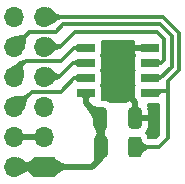
<source format=gbr>
%TF.GenerationSoftware,KiCad,Pcbnew,7.0.10*%
%TF.CreationDate,2024-02-19T11:00:07+07:00*%
%TF.ProjectId,PMODP2PSRAM,504d4f44-5032-4505-9352-414d2e6b6963,rev?*%
%TF.SameCoordinates,PX8c6db50PY50d2eb0*%
%TF.FileFunction,Copper,L1,Top*%
%TF.FilePolarity,Positive*%
%FSLAX46Y46*%
G04 Gerber Fmt 4.6, Leading zero omitted, Abs format (unit mm)*
G04 Created by KiCad (PCBNEW 7.0.10) date 2024-02-19 11:00:07*
%MOMM*%
%LPD*%
G01*
G04 APERTURE LIST*
G04 Aperture macros list*
%AMRoundRect*
0 Rectangle with rounded corners*
0 $1 Rounding radius*
0 $2 $3 $4 $5 $6 $7 $8 $9 X,Y pos of 4 corners*
0 Add a 4 corners polygon primitive as box body*
4,1,4,$2,$3,$4,$5,$6,$7,$8,$9,$2,$3,0*
0 Add four circle primitives for the rounded corners*
1,1,$1+$1,$2,$3*
1,1,$1+$1,$4,$5*
1,1,$1+$1,$6,$7*
1,1,$1+$1,$8,$9*
0 Add four rect primitives between the rounded corners*
20,1,$1+$1,$2,$3,$4,$5,0*
20,1,$1+$1,$4,$5,$6,$7,0*
20,1,$1+$1,$6,$7,$8,$9,0*
20,1,$1+$1,$8,$9,$2,$3,0*%
G04 Aperture macros list end*
%TA.AperFunction,SMDPad,CuDef*%
%ADD10R,1.500000X0.650000*%
%TD*%
%TA.AperFunction,SMDPad,CuDef*%
%ADD11RoundRect,0.250000X-0.325000X-0.650000X0.325000X-0.650000X0.325000X0.650000X-0.325000X0.650000X0*%
%TD*%
%TA.AperFunction,SMDPad,CuDef*%
%ADD12RoundRect,0.250000X-0.312500X-0.625000X0.312500X-0.625000X0.312500X0.625000X-0.312500X0.625000X0*%
%TD*%
%TA.AperFunction,ComponentPad*%
%ADD13O,1.700000X1.700000*%
%TD*%
%TA.AperFunction,ComponentPad*%
%ADD14R,1.700000X1.700000*%
%TD*%
%TA.AperFunction,ViaPad*%
%ADD15C,1.000000*%
%TD*%
%TA.AperFunction,Conductor*%
%ADD16C,0.300000*%
%TD*%
%TA.AperFunction,Conductor*%
%ADD17C,0.500000*%
%TD*%
G04 APERTURE END LIST*
D10*
%TO.P,IC1,8,VDD*%
%TO.N,+3.3V*%
X10050000Y8095000D03*
%TO.P,IC1,7,SIO[3]*%
%TO.N,IO3*%
X10050000Y9365000D03*
%TO.P,IC1,6,SCLK*%
%TO.N,SCLK*%
X10050000Y10635000D03*
%TO.P,IC1,5,SI/SIO[0]*%
%TO.N,IO0*%
X10050000Y11905000D03*
%TO.P,IC1,4,VSS*%
%TO.N,GND*%
X15450000Y11905000D03*
%TO.P,IC1,3,SIO[2]*%
%TO.N,IO2*%
X15450000Y10635000D03*
%TO.P,IC1,2,SO/SIO[1]*%
%TO.N,IO1*%
X15450000Y9365000D03*
%TO.P,IC1,1,~{CE}*%
%TO.N,CE*%
X15450000Y8095000D03*
%TD*%
D11*
%TO.P,C1,1*%
%TO.N,+3.3V*%
X11275000Y6000000D03*
%TO.P,C1,2*%
%TO.N,GND*%
X14225000Y6000000D03*
%TD*%
D12*
%TO.P,R1,1*%
%TO.N,+3.3V*%
X11287500Y3500000D03*
%TO.P,R1,2*%
%TO.N,CE*%
X14212500Y3500000D03*
%TD*%
D13*
%TO.P,J1,12,Pin_12*%
%TO.N,unconnected-(J1-Pin_12-Pad12)*%
X4000000Y14540000D03*
%TO.P,J1,11,Pin_11*%
%TO.N,CE*%
X6540000Y14540000D03*
%TO.P,J1,10,Pin_10*%
%TO.N,IO1*%
X4000000Y12000000D03*
%TO.P,J1,9,Pin_9*%
%TO.N,IO2*%
X6540000Y12000000D03*
%TO.P,J1,8,Pin_8*%
%TO.N,IO0*%
X4000000Y9460000D03*
%TO.P,J1,7,Pin_7*%
%TO.N,SCLK*%
X6540000Y9460000D03*
%TO.P,J1,6,Pin_6*%
%TO.N,IO3*%
X4000000Y6920000D03*
%TO.P,J1,5,Pin_5*%
%TO.N,unconnected-(J1-Pin_5-Pad5)*%
X6540000Y6920000D03*
%TO.P,J1,4,Pin_4*%
%TO.N,GND*%
X4000000Y4380000D03*
%TO.P,J1,3,Pin_3*%
X6540000Y4380000D03*
%TO.P,J1,2,Pin_2*%
%TO.N,+3.3V*%
X4000000Y1840000D03*
D14*
%TO.P,J1,1,Pin_1*%
X6540000Y1840000D03*
%TD*%
D15*
%TO.N,GND*%
X15750000Y5000000D03*
X13500000Y8000000D03*
X12000000Y8000000D03*
X13500000Y12000000D03*
X12000000Y12000000D03*
X15750000Y6750000D03*
%TD*%
D16*
%TO.N,CE*%
X17000000Y9100000D02*
X17000000Y8250000D01*
X17900000Y10000000D02*
X17000000Y9100000D01*
X16575000Y14500000D02*
X17900000Y13175000D01*
X17900000Y13175000D02*
X17900000Y10000000D01*
X6580000Y14500000D02*
X16575000Y14500000D01*
X6540000Y14540000D02*
X6580000Y14500000D01*
%TO.N,IO1*%
X16365000Y9365000D02*
X15450000Y9365000D01*
X17300000Y12900000D02*
X17300000Y10300000D01*
X16300000Y13900000D02*
X17300000Y12900000D01*
X5250000Y13250000D02*
X7500000Y13250000D01*
X17300000Y10300000D02*
X16365000Y9365000D01*
X4000000Y12000000D02*
X5250000Y13250000D01*
X7500000Y13250000D02*
X8150000Y13900000D01*
X8150000Y13900000D02*
X16300000Y13900000D01*
%TO.N,IO2*%
X16435000Y10635000D02*
X15450000Y10635000D01*
X9125000Y13250000D02*
X16100000Y13250000D01*
X7875000Y12000000D02*
X9125000Y13250000D01*
X16100000Y13250000D02*
X16700000Y12650000D01*
X16700000Y12650000D02*
X16700000Y10900000D01*
X16700000Y10900000D02*
X16435000Y10635000D01*
X6540000Y12000000D02*
X7875000Y12000000D01*
D17*
%TO.N,GND*%
X14225000Y7275000D02*
X14225000Y6000000D01*
X13500000Y8000000D02*
X14225000Y7275000D01*
D16*
%TO.N,CE*%
X17000000Y8250000D02*
X16700000Y8250000D01*
X17000000Y4250000D02*
X17000000Y8250000D01*
X16250000Y3500000D02*
X17000000Y4250000D01*
X14212500Y3500000D02*
X16250000Y3500000D01*
D17*
%TO.N,GND*%
X14225000Y6000000D02*
X15750000Y6000000D01*
%TO.N,+3.3V*%
X10590000Y1840000D02*
X11287500Y2537500D01*
X6540000Y1840000D02*
X10590000Y1840000D01*
X11275000Y6000000D02*
X11287500Y5987500D01*
X11287500Y5987500D02*
X11287500Y3500000D01*
X11287500Y2537500D02*
X11287500Y3500000D01*
X10050000Y7225000D02*
X11275000Y6000000D01*
X10050000Y8095000D02*
X10050000Y7225000D01*
D16*
%TO.N,CE*%
X15605000Y8250000D02*
X15450000Y8095000D01*
X16700000Y8250000D02*
X15605000Y8250000D01*
%TO.N,IO3*%
X9065000Y9365000D02*
X10050000Y9365000D01*
X7900000Y8200000D02*
X9065000Y9365000D01*
X4170000Y6920000D02*
X5450000Y8200000D01*
X5450000Y8200000D02*
X7900000Y8200000D01*
X4000000Y6920000D02*
X4170000Y6920000D01*
%TO.N,SCLK*%
X8985000Y10635000D02*
X10050000Y10635000D01*
X7810000Y9460000D02*
X8985000Y10635000D01*
X6540000Y9460000D02*
X7810000Y9460000D01*
%TO.N,IO0*%
X9055000Y11905000D02*
X10050000Y11905000D01*
X7900000Y10750000D02*
X9055000Y11905000D01*
X5000000Y10750000D02*
X7900000Y10750000D01*
X4000000Y9750000D02*
X5000000Y10750000D01*
X4000000Y9460000D02*
X4000000Y9750000D01*
D17*
%TO.N,+3.3V*%
X4000000Y1840000D02*
X6540000Y1840000D01*
%TD*%
%TA.AperFunction,Conductor*%
%TO.N,GND*%
G36*
X6080507Y4589844D02*
G01*
X6040000Y4451889D01*
X6040000Y4308111D01*
X6080507Y4170156D01*
X6106314Y4130000D01*
X4433686Y4130000D01*
X4459493Y4170156D01*
X4500000Y4308111D01*
X4500000Y4451889D01*
X4459493Y4589844D01*
X4433686Y4630000D01*
X6106314Y4630000D01*
X6080507Y4589844D01*
G37*
%TD.AperFunction*%
%TA.AperFunction,Conductor*%
G36*
X16195788Y7250547D02*
G01*
X16276570Y7196571D01*
X16330546Y7115789D01*
X16349500Y7020501D01*
X16349500Y4622586D01*
X16330546Y4527298D01*
X16276570Y4446516D01*
X16053484Y4223430D01*
X15972702Y4169454D01*
X15877414Y4150500D01*
X15502763Y4150500D01*
X15407475Y4169454D01*
X15361812Y4194235D01*
X15361279Y4194601D01*
X15349107Y4203513D01*
X15328384Y4219675D01*
X15264901Y4293216D01*
X15245149Y4337698D01*
X15209814Y4444334D01*
X15120229Y4589575D01*
X15086339Y4680625D01*
X15089871Y4777715D01*
X15130290Y4866064D01*
X15136844Y4874735D01*
X15142318Y4881659D01*
X15234358Y5030879D01*
X15234359Y5030880D01*
X15289504Y5197299D01*
X15289505Y5197306D01*
X15299999Y5300019D01*
X15300000Y5300029D01*
X15300000Y5749999D01*
X15299999Y5750000D01*
X13937500Y5750000D01*
X13812500Y6250000D01*
X15299998Y6250000D01*
X15299999Y6250001D01*
X15299999Y6699968D01*
X15299998Y6699985D01*
X15289505Y6802700D01*
X15289504Y6802703D01*
X15243287Y6942179D01*
X15231306Y7038593D01*
X15257133Y7132252D01*
X15316837Y7208898D01*
X15401326Y7256862D01*
X15479645Y7269501D01*
X16100500Y7269501D01*
X16195788Y7250547D01*
G37*
%TD.AperFunction*%
%TA.AperFunction,Conductor*%
G36*
X14052666Y12580546D02*
G01*
X14133448Y12526570D01*
X14187424Y12445788D01*
X14206378Y12350500D01*
X14204951Y12323885D01*
X14200000Y12277838D01*
X14200000Y12155001D01*
X14200001Y12155000D01*
X15451000Y12155000D01*
X15546288Y12136046D01*
X15627070Y12082070D01*
X15681046Y12001288D01*
X15700000Y11906000D01*
X15700000Y11904000D01*
X15681046Y11808712D01*
X15627070Y11727930D01*
X15546288Y11673954D01*
X15451000Y11655000D01*
X14200001Y11655000D01*
X14200000Y11654999D01*
X14200000Y11532168D01*
X14206401Y11472629D01*
X14206403Y11472619D01*
X14249254Y11357730D01*
X14264794Y11261826D01*
X14249254Y11183701D01*
X14205909Y11067486D01*
X14199500Y11007877D01*
X14199500Y10262135D01*
X14199500Y10262132D01*
X14199501Y10262128D01*
X14201567Y10242907D01*
X14205908Y10202520D01*
X14205909Y10202516D01*
X14248988Y10087016D01*
X14264528Y9991112D01*
X14248988Y9912986D01*
X14205908Y9797484D01*
X14199500Y9737877D01*
X14199500Y8992135D01*
X14199500Y8992132D01*
X14199501Y8992128D01*
X14199948Y8987968D01*
X14205908Y8932520D01*
X14205909Y8932516D01*
X14248988Y8817016D01*
X14264528Y8721112D01*
X14248988Y8642986D01*
X14205908Y8527484D01*
X14199500Y8467877D01*
X14199500Y7722135D01*
X14199501Y7722126D01*
X14204501Y7675610D01*
X14195839Y7578842D01*
X14150804Y7492755D01*
X14076254Y7430454D01*
X13983537Y7401426D01*
X13956929Y7400000D01*
X13850024Y7400000D01*
X13747300Y7389506D01*
X13747297Y7389505D01*
X13580880Y7334360D01*
X13580878Y7334359D01*
X13504215Y7287072D01*
X13413163Y7253180D01*
X13373496Y7250000D01*
X12127456Y7250000D01*
X12032168Y7268954D01*
X11996738Y7287071D01*
X11919334Y7334814D01*
X11919332Y7334815D01*
X11919330Y7334816D01*
X11919332Y7334816D01*
X11752802Y7389998D01*
X11752798Y7389999D01*
X11752797Y7389999D01*
X11701403Y7395250D01*
X11650011Y7400500D01*
X11650009Y7400500D01*
X11543126Y7400500D01*
X11447838Y7419454D01*
X11367056Y7473430D01*
X11313080Y7554212D01*
X11294126Y7649500D01*
X11295552Y7676111D01*
X11300500Y7722127D01*
X11300499Y8467872D01*
X11294091Y8527483D01*
X11251010Y8642989D01*
X11235471Y8738888D01*
X11251012Y8817017D01*
X11257746Y8835071D01*
X11294091Y8932517D01*
X11300500Y8992127D01*
X11300499Y9737872D01*
X11294091Y9797483D01*
X11251010Y9912989D01*
X11235471Y10008888D01*
X11251012Y10087017D01*
X11294091Y10202517D01*
X11300500Y10262127D01*
X11300499Y11007872D01*
X11294091Y11067483D01*
X11251010Y11182989D01*
X11235471Y11278888D01*
X11251012Y11357017D01*
X11267230Y11400500D01*
X11294091Y11472517D01*
X11300500Y11532127D01*
X11300499Y12277872D01*
X11295552Y12323890D01*
X11304213Y12420655D01*
X11349247Y12506743D01*
X11423796Y12569044D01*
X11516513Y12598074D01*
X11543126Y12599500D01*
X13957378Y12599500D01*
X14052666Y12580546D01*
G37*
%TD.AperFunction*%
%TD*%
%TA.AperFunction,Conductor*%
%TO.N,CE*%
G36*
X6875854Y15320254D02*
G01*
X6876390Y15320015D01*
X7053527Y15235778D01*
X7054624Y15235183D01*
X7204198Y15143345D01*
X7205121Y15142715D01*
X7326710Y15051013D01*
X7327278Y15050556D01*
X7431015Y14961634D01*
X7431055Y14961555D01*
X7431078Y14961580D01*
X7526903Y14878263D01*
X7624469Y14803696D01*
X7733771Y14740734D01*
X7864803Y14692228D01*
X8027563Y14661033D01*
X8220975Y14650598D01*
X8229051Y14646730D01*
X8232044Y14638915D01*
X8232044Y14362200D01*
X8228617Y14353927D01*
X8220344Y14350500D01*
X8175954Y14350500D01*
X8174644Y14350574D01*
X8132971Y14355271D01*
X8132963Y14355270D01*
X8074716Y14344250D01*
X8074284Y14344177D01*
X8063384Y14342535D01*
X8062163Y14342416D01*
X8031248Y14341036D01*
X8031244Y14341035D01*
X7869781Y14315473D01*
X7869777Y14315473D01*
X7738269Y14275332D01*
X7738259Y14275328D01*
X7627279Y14222614D01*
X7627260Y14222604D01*
X7527382Y14159319D01*
X7429178Y14087456D01*
X7323531Y14009241D01*
X7323110Y14008943D01*
X7200662Y13926388D01*
X7199926Y13925931D01*
X7051203Y13840936D01*
X7050319Y13840479D01*
X6876333Y13759826D01*
X6867386Y13759456D01*
X6860797Y13765520D01*
X6860607Y13765952D01*
X6620332Y14344250D01*
X6540864Y14535512D01*
X6540856Y14544466D01*
X6540865Y14544489D01*
X6583345Y14646730D01*
X6860561Y15313940D01*
X6866899Y15320263D01*
X6875854Y15320254D01*
G37*
%TD.AperFunction*%
%TD*%
%TA.AperFunction,Conductor*%
%TO.N,IO1*%
G36*
X16205628Y9684310D02*
G01*
X16217207Y9672603D01*
X16234414Y9656721D01*
X16251621Y9642354D01*
X16268828Y9629502D01*
X16286035Y9618165D01*
X16303242Y9608343D01*
X16320449Y9600036D01*
X16337656Y9593243D01*
X16354863Y9587966D01*
X16368722Y9584936D01*
X16374495Y9581779D01*
X16571006Y9385268D01*
X16574433Y9376995D01*
X16571006Y9368722D01*
X16566575Y9365944D01*
X16545799Y9358722D01*
X16545775Y9358713D01*
X16507366Y9342735D01*
X16468937Y9324124D01*
X16468907Y9324108D01*
X16430535Y9302903D01*
X16430510Y9302888D01*
X16392104Y9279040D01*
X16392073Y9279019D01*
X16353684Y9252559D01*
X16315265Y9223455D01*
X16276826Y9191707D01*
X16238438Y9157377D01*
X16205055Y9125244D01*
X16196718Y9121976D01*
X16193326Y9122547D01*
X15478698Y9354739D01*
X15471888Y9360554D01*
X15471186Y9369481D01*
X15477001Y9376291D01*
X15477649Y9376597D01*
X16192656Y9686815D01*
X16201608Y9686963D01*
X16205628Y9684310D01*
G37*
%TD.AperFunction*%
%TD*%
%TA.AperFunction,Conductor*%
%TO.N,IO1*%
G36*
X5103893Y13300269D02*
G01*
X5300268Y13103894D01*
X5303695Y13095621D01*
X5300663Y13087762D01*
X5233654Y13013856D01*
X5171222Y12944999D01*
X5171219Y12944996D01*
X5171219Y12944995D01*
X5171211Y12944986D01*
X5075985Y12809759D01*
X5075984Y12809757D01*
X5013855Y12685116D01*
X5013854Y12685112D01*
X4976254Y12565899D01*
X4976254Y12565898D01*
X4954600Y12446920D01*
X4940318Y12323031D01*
X4940318Y12323027D01*
X4924861Y12189338D01*
X4924774Y12188728D01*
X4899624Y12040246D01*
X4899419Y12039286D01*
X4856033Y11870595D01*
X4855705Y11869532D01*
X4789456Y11686227D01*
X4783422Y11679611D01*
X4774476Y11679201D01*
X4773987Y11679390D01*
X4003785Y11997438D01*
X3997447Y12003762D01*
X3679389Y12773989D01*
X3679398Y12782944D01*
X3685737Y12789269D01*
X3686181Y12789441D01*
X3869536Y12855710D01*
X3870584Y12856033D01*
X4039288Y12899424D01*
X4040238Y12899626D01*
X4188762Y12924782D01*
X4189299Y12924858D01*
X4323025Y12940320D01*
X4446919Y12954602D01*
X4565889Y12976255D01*
X4565895Y12976257D01*
X4565896Y12976257D01*
X4613234Y12991188D01*
X4685110Y13013856D01*
X4809754Y13075986D01*
X4944998Y13171223D01*
X5087762Y13300665D01*
X5096192Y13303682D01*
X5103893Y13300269D01*
G37*
%TD.AperFunction*%
%TD*%
%TA.AperFunction,Conductor*%
%TO.N,IO2*%
G36*
X16205591Y10953067D02*
G01*
X16219257Y10936122D01*
X16238521Y10914090D01*
X16257762Y10893941D01*
X16257772Y10893931D01*
X16277029Y10875618D01*
X16296287Y10859161D01*
X16315544Y10844559D01*
X16334801Y10831813D01*
X16354059Y10820921D01*
X16373316Y10811886D01*
X16390191Y10805594D01*
X16394374Y10802905D01*
X16590793Y10606486D01*
X16594220Y10598213D01*
X16590793Y10589940D01*
X16585840Y10586994D01*
X16564256Y10580608D01*
X16564221Y10580597D01*
X16528072Y10567558D01*
X16523763Y10566003D01*
X16483293Y10548780D01*
X16483284Y10548776D01*
X16442820Y10528931D01*
X16402338Y10506450D01*
X16361897Y10481370D01*
X16361852Y10481341D01*
X16321407Y10453635D01*
X16280956Y10423301D01*
X16240458Y10390306D01*
X16205252Y10359338D01*
X16196777Y10356447D01*
X16193442Y10357159D01*
X15476511Y10624157D01*
X15469954Y10630255D01*
X15469630Y10639204D01*
X15475728Y10645761D01*
X15475842Y10645813D01*
X16191829Y10956456D01*
X16200781Y10956604D01*
X16205591Y10953067D01*
G37*
%TD.AperFunction*%
%TD*%
%TA.AperFunction,Conductor*%
%TO.N,IO2*%
G36*
X6875728Y12779949D02*
G01*
X6876538Y12779576D01*
X7024031Y12704607D01*
X7025367Y12703812D01*
X7162926Y12609061D01*
X7163761Y12608429D01*
X7285205Y12507632D01*
X7285549Y12507335D01*
X7394984Y12409090D01*
X7496377Y12322228D01*
X7496384Y12322223D01*
X7582304Y12263403D01*
X7593752Y12255566D01*
X7691305Y12217767D01*
X7793237Y12217492D01*
X7903745Y12263402D01*
X8018835Y12357464D01*
X8027406Y12360045D01*
X8034509Y12356677D01*
X8230566Y12160620D01*
X8233993Y12152347D01*
X8230566Y12144074D01*
X8230247Y12143767D01*
X8107103Y12029607D01*
X8106325Y12028946D01*
X7989805Y11938464D01*
X7988905Y11937831D01*
X7883747Y11870996D01*
X7882898Y11870505D01*
X7785105Y11819302D01*
X7784576Y11819041D01*
X7690100Y11775494D01*
X7595357Y11731827D01*
X7496859Y11680252D01*
X7390827Y11612862D01*
X7390824Y11612860D01*
X7273471Y11521730D01*
X7273464Y11521724D01*
X7149292Y11406609D01*
X7140895Y11403497D01*
X7133075Y11406906D01*
X6719969Y11819041D01*
X6544836Y11993763D01*
X6541400Y12002031D01*
X6542293Y12006527D01*
X6599212Y12143767D01*
X6860439Y12773625D01*
X6866773Y12779953D01*
X6875728Y12779949D01*
G37*
%TD.AperFunction*%
%TD*%
%TA.AperFunction,Conductor*%
%TO.N,CE*%
G36*
X14782668Y4053625D02*
G01*
X14783215Y4053037D01*
X14831250Y3997709D01*
X14831253Y3997706D01*
X14887488Y3938160D01*
X14887492Y3938156D01*
X14887500Y3938148D01*
X14943750Y3883820D01*
X15000000Y3834722D01*
X15056250Y3790856D01*
X15056255Y3790853D01*
X15056261Y3790848D01*
X15112486Y3752231D01*
X15112492Y3752228D01*
X15112500Y3752222D01*
X15168750Y3718820D01*
X15168754Y3718818D01*
X15168768Y3718810D01*
X15224988Y3690654D01*
X15225000Y3690648D01*
X15281250Y3667709D01*
X15329313Y3652578D01*
X15336176Y3646825D01*
X15337500Y3641418D01*
X15337500Y3358583D01*
X15334073Y3350310D01*
X15329313Y3347423D01*
X15281253Y3332294D01*
X15225008Y3309357D01*
X15224988Y3309348D01*
X15168768Y3281192D01*
X15168754Y3281184D01*
X15112486Y3247771D01*
X15056261Y3209153D01*
X15056248Y3209143D01*
X15000005Y3165284D01*
X14943752Y3116184D01*
X14887492Y3061846D01*
X14887488Y3061842D01*
X14831253Y3002296D01*
X14783223Y2946972D01*
X14775212Y2942971D01*
X14766718Y2945807D01*
X14766122Y2946362D01*
X14464169Y3247779D01*
X14219793Y3491722D01*
X14216360Y3499990D01*
X14219779Y3508265D01*
X14766124Y4053640D01*
X14774398Y4057059D01*
X14782668Y4053625D01*
G37*
%TD.AperFunction*%
%TD*%
%TA.AperFunction,Conductor*%
%TO.N,+3.3V*%
G36*
X7397795Y2681250D02*
G01*
X7398241Y2680778D01*
X7475004Y2594880D01*
X7559979Y2507595D01*
X7559984Y2507590D01*
X7559999Y2507575D01*
X7644999Y2428066D01*
X7729999Y2356362D01*
X7815000Y2292460D01*
X7900000Y2236362D01*
X7985000Y2188066D01*
X8070000Y2147575D01*
X8155000Y2114886D01*
X8231588Y2092463D01*
X8238564Y2086850D01*
X8240000Y2081235D01*
X8240000Y1598766D01*
X8236573Y1590493D01*
X8231587Y1587537D01*
X8154997Y1565115D01*
X8154990Y1565112D01*
X8070008Y1532430D01*
X8070000Y1532426D01*
X7985000Y1491935D01*
X7900000Y1443639D01*
X7899997Y1443637D01*
X7899994Y1443635D01*
X7814995Y1387538D01*
X7729987Y1323630D01*
X7645010Y1251945D01*
X7645007Y1251942D01*
X7644999Y1251935D01*
X7559999Y1172426D01*
X7559979Y1172407D01*
X7475004Y1085122D01*
X7398241Y999223D01*
X7390173Y995337D01*
X7381721Y998295D01*
X7381249Y998741D01*
X6887474Y1491935D01*
X6547286Y1831724D01*
X6543855Y1839993D01*
X6547276Y1848267D01*
X7381250Y2681261D01*
X7389524Y2684682D01*
X7397795Y2681250D01*
G37*
%TD.AperFunction*%
%TD*%
%TA.AperFunction,Conductor*%
%TO.N,+3.3V*%
G36*
X11281988Y5990794D02*
G01*
X11284381Y5988401D01*
X11641558Y5508710D01*
X11826380Y5260493D01*
X11828573Y5251810D01*
X11827137Y5247669D01*
X11801629Y5203343D01*
X11801620Y5203328D01*
X11772277Y5147467D01*
X11752056Y5105611D01*
X11742929Y5086718D01*
X11726195Y5049302D01*
X11713569Y5021070D01*
X11684242Y4950621D01*
X11654881Y4875219D01*
X11625536Y4794979D01*
X11596204Y4709900D01*
X11596198Y4709881D01*
X11596193Y4709866D01*
X11566846Y4619871D01*
X11540049Y4533241D01*
X11534332Y4526352D01*
X11528873Y4525000D01*
X11045914Y4525000D01*
X11037641Y4528427D01*
X11034822Y4532977D01*
X11034733Y4533243D01*
X11005652Y4619871D01*
X10973805Y4709866D01*
X10941958Y4794987D01*
X10910111Y4875232D01*
X10897558Y4904941D01*
X10878265Y4950604D01*
X10846422Y5021090D01*
X10814571Y5086719D01*
X10782729Y5147455D01*
X10750880Y5203328D01*
X10750877Y5203334D01*
X10742870Y5216155D01*
X10723262Y5247554D01*
X10721787Y5256386D01*
X10723800Y5260736D01*
X11265617Y5988399D01*
X11273305Y5992987D01*
X11281988Y5990794D01*
G37*
%TD.AperFunction*%
%TD*%
%TA.AperFunction,Conductor*%
%TO.N,+3.3V*%
G36*
X11537203Y4934073D02*
G01*
X11540085Y4929329D01*
X11566848Y4844718D01*
X11596186Y4756654D01*
X11625541Y4673229D01*
X11654894Y4594500D01*
X11684225Y4520515D01*
X11713581Y4451154D01*
X11742931Y4386494D01*
X11764539Y4342346D01*
X11772276Y4326537D01*
X11772277Y4326536D01*
X11801625Y4271256D01*
X11827076Y4227383D01*
X11828264Y4218507D01*
X11826302Y4214474D01*
X11296846Y3511411D01*
X11289132Y3506863D01*
X11280462Y3509103D01*
X11278154Y3511411D01*
X11061538Y3799053D01*
X10748696Y4214475D01*
X10746457Y4223143D01*
X10747923Y4227382D01*
X10773373Y4271256D01*
X10773376Y4271261D01*
X10802723Y4326537D01*
X10832070Y4386501D01*
X10861417Y4451153D01*
X10890765Y4520492D01*
X10920112Y4594519D01*
X10949459Y4673233D01*
X10978806Y4756635D01*
X11008153Y4844724D01*
X11034915Y4929330D01*
X11040677Y4936183D01*
X11046070Y4937500D01*
X11528930Y4937500D01*
X11537203Y4934073D01*
G37*
%TD.AperFunction*%
%TD*%
%TA.AperFunction,Conductor*%
%TO.N,+3.3V*%
G36*
X11292287Y3487753D02*
G01*
X11295281Y3483507D01*
X11641296Y2642152D01*
X11641273Y2633197D01*
X11637619Y2628437D01*
X11593080Y2594095D01*
X11593054Y2594074D01*
X11541434Y2549582D01*
X11541412Y2549563D01*
X11489814Y2500406D01*
X11489805Y2500397D01*
X11438175Y2446524D01*
X11386563Y2387984D01*
X11366412Y2363299D01*
X11334918Y2324716D01*
X11334911Y2324707D01*
X11334903Y2324697D01*
X11283294Y2256790D01*
X11231664Y2184166D01*
X11180026Y2106841D01*
X11136210Y2037252D01*
X11128902Y2032077D01*
X11120075Y2033585D01*
X11118036Y2035213D01*
X10777917Y2375332D01*
X10774523Y2382731D01*
X10774129Y2387984D01*
X10769863Y2444906D01*
X10769139Y2454014D01*
X10764876Y2507697D01*
X10764876Y2507698D01*
X10759896Y2566652D01*
X10759896Y2566651D01*
X10754911Y2621922D01*
X10754908Y2621959D01*
X10749924Y2673490D01*
X10747613Y2695639D01*
X10744945Y2721228D01*
X10739961Y2765264D01*
X10734967Y2805639D01*
X10729978Y2842226D01*
X10725831Y2869529D01*
X10727976Y2878223D01*
X10728702Y2879113D01*
X11275765Y3486885D01*
X11283846Y3490741D01*
X11292287Y3487753D01*
G37*
%TD.AperFunction*%
%TD*%
%TA.AperFunction,Conductor*%
%TO.N,+3.3V*%
G36*
X10478168Y7153055D02*
G01*
X10491360Y7144277D01*
X10541989Y7110590D01*
X10613787Y7067691D01*
X10685585Y7029667D01*
X10685602Y7029659D01*
X10685608Y7029656D01*
X10757377Y6996520D01*
X10829178Y6968245D01*
X10829184Y6968243D01*
X10900969Y6944849D01*
X10900972Y6944849D01*
X10900979Y6944846D01*
X10972777Y6926322D01*
X10972785Y6926321D01*
X10972796Y6926318D01*
X11036452Y6914218D01*
X11044575Y6912673D01*
X11116373Y6903899D01*
X11178134Y6900546D01*
X11186209Y6896675D01*
X11189144Y6889995D01*
X11274867Y6007932D01*
X11272257Y5999366D01*
X11267683Y5995984D01*
X10710374Y5766108D01*
X10701420Y5766121D01*
X10695292Y5772016D01*
X10686761Y5790476D01*
X10641663Y5888064D01*
X10583327Y6009425D01*
X10583325Y6009428D01*
X10583313Y6009454D01*
X10525005Y6125882D01*
X10524991Y6125910D01*
X10466654Y6237521D01*
X10408318Y6344256D01*
X10349982Y6446117D01*
X10291645Y6543103D01*
X10291633Y6543123D01*
X10233324Y6635190D01*
X10233309Y6635213D01*
X10174973Y6722449D01*
X10122341Y6796755D01*
X10120357Y6805486D01*
X10123615Y6811788D01*
X10463415Y7151588D01*
X10471687Y7155014D01*
X10478168Y7153055D01*
G37*
%TD.AperFunction*%
%TD*%
%TA.AperFunction,Conductor*%
%TO.N,+3.3V*%
G36*
X10058260Y8087715D02*
G01*
X10058286Y8087689D01*
X10370211Y7774803D01*
X10373625Y7766525D01*
X10373211Y7763459D01*
X10367500Y7742563D01*
X10360013Y7714055D01*
X10360000Y7714001D01*
X10352500Y7684313D01*
X10352488Y7684263D01*
X10344989Y7653455D01*
X10337490Y7621520D01*
X10329991Y7588460D01*
X10322507Y7554353D01*
X10322508Y7554352D01*
X10314993Y7518965D01*
X10307506Y7482598D01*
X10307507Y7482597D01*
X10301879Y7454409D01*
X10296898Y7446967D01*
X10290405Y7445000D01*
X9809595Y7445000D01*
X9801322Y7448427D01*
X9798121Y7454409D01*
X9792493Y7482597D01*
X9792493Y7482598D01*
X9785007Y7518965D01*
X9777492Y7554352D01*
X9777492Y7554353D01*
X9770009Y7588460D01*
X9762510Y7621520D01*
X9755011Y7653455D01*
X9747512Y7684263D01*
X9747500Y7684313D01*
X9740000Y7714001D01*
X9732500Y7742563D01*
X9726788Y7763459D01*
X9727912Y7772342D01*
X9729788Y7774803D01*
X10041714Y8087689D01*
X10049982Y8091129D01*
X10058260Y8087715D01*
G37*
%TD.AperFunction*%
%TD*%
%TA.AperFunction,Conductor*%
%TO.N,CE*%
G36*
X16214381Y8414253D02*
G01*
X16232490Y8407014D01*
X16232497Y8407012D01*
X16232499Y8407011D01*
X16264999Y8396464D01*
X16297499Y8388359D01*
X16329999Y8382696D01*
X16330006Y8382696D01*
X16330008Y8382695D01*
X16336725Y8382030D01*
X16362500Y8379475D01*
X16395000Y8378696D01*
X16427500Y8380359D01*
X16460000Y8384464D01*
X16492500Y8391011D01*
X16510182Y8395902D01*
X16519068Y8394804D01*
X16524577Y8387744D01*
X16525000Y8384625D01*
X16525000Y8108465D01*
X16521573Y8100192D01*
X16516960Y8097352D01*
X16492495Y8089295D01*
X16465847Y8078365D01*
X16460000Y8075966D01*
X16459988Y8075960D01*
X16427493Y8060009D01*
X16395003Y8041435D01*
X16394999Y8041432D01*
X16362512Y8020236D01*
X16362500Y8020227D01*
X16329999Y7996398D01*
X16329997Y7996396D01*
X16297494Y7969940D01*
X16265007Y7940873D01*
X16232510Y7909171D01*
X16204920Y7880026D01*
X16196743Y7876374D01*
X16193131Y7876843D01*
X15480065Y8085893D01*
X15473091Y8091508D01*
X15472130Y8100412D01*
X15477745Y8107386D01*
X15478695Y8107851D01*
X16195533Y8418068D01*
X16204486Y8418207D01*
X16214381Y8414253D01*
G37*
%TD.AperFunction*%
%TD*%
%TA.AperFunction,Conductor*%
%TO.N,IO3*%
G36*
X9306552Y9642844D02*
G01*
X9976036Y9393516D01*
X10023488Y9375844D01*
X10030045Y9369746D01*
X10030369Y9360797D01*
X10024271Y9354240D01*
X10024062Y9354147D01*
X9308172Y9043546D01*
X9299218Y9043397D01*
X9294408Y9046934D01*
X9280741Y9063880D01*
X9261477Y9085912D01*
X9242236Y9106061D01*
X9242227Y9106070D01*
X9222971Y9124382D01*
X9222970Y9124383D01*
X9203713Y9140840D01*
X9184455Y9155442D01*
X9165198Y9168188D01*
X9145940Y9179080D01*
X9145938Y9179081D01*
X9145920Y9179090D01*
X9126689Y9188112D01*
X9126690Y9188112D01*
X9126683Y9188115D01*
X9109809Y9194407D01*
X9105625Y9197096D01*
X8909205Y9393516D01*
X8905778Y9401789D01*
X8909205Y9410062D01*
X8914156Y9413007D01*
X8935765Y9419400D01*
X8976236Y9433998D01*
X9016706Y9451221D01*
X9057177Y9471070D01*
X9097647Y9493543D01*
X9138117Y9518641D01*
X9178588Y9546365D01*
X9219058Y9576713D01*
X9259529Y9609686D01*
X9294749Y9640666D01*
X9303221Y9643555D01*
X9306552Y9642844D01*
G37*
%TD.AperFunction*%
%TD*%
%TA.AperFunction,Conductor*%
%TO.N,IO3*%
G36*
X5171869Y8118477D02*
G01*
X5368254Y7922092D01*
X5371681Y7913819D01*
X5368543Y7905845D01*
X5242947Y7770982D01*
X5145066Y7644734D01*
X5075472Y7529937D01*
X5075467Y7529926D01*
X5027089Y7421215D01*
X4992826Y7313168D01*
X4965611Y7200467D01*
X4938357Y7077750D01*
X4938289Y7077461D01*
X4903982Y6939606D01*
X4903817Y6939012D01*
X4855372Y6780504D01*
X4855130Y6779794D01*
X4789557Y6606009D01*
X4783430Y6599478D01*
X4774480Y6599192D01*
X4774144Y6599325D01*
X4003785Y6917438D01*
X3997447Y6923762D01*
X3679463Y7693810D01*
X3679472Y7702763D01*
X3685811Y7709088D01*
X3686465Y7709336D01*
X3874683Y7774035D01*
X3876114Y7774424D01*
X4050958Y7810129D01*
X4052300Y7810322D01*
X4207844Y7823363D01*
X4208756Y7823403D01*
X4350179Y7823810D01*
X4350352Y7823809D01*
X4440857Y7822309D01*
X4482313Y7821622D01*
X4482314Y7821623D01*
X4482320Y7821622D01*
X4609357Y7826966D01*
X4736208Y7849971D01*
X4867719Y7900765D01*
X5008737Y7989479D01*
X5155867Y8118987D01*
X5164340Y8121880D01*
X5171869Y8118477D01*
G37*
%TD.AperFunction*%
%TD*%
%TA.AperFunction,Conductor*%
%TO.N,SCLK*%
G36*
X9306397Y10952549D02*
G01*
X9765184Y10757250D01*
X10025658Y10646370D01*
X10031928Y10639977D01*
X10031840Y10631022D01*
X10025732Y10624872D01*
X9308836Y10313834D01*
X9299882Y10313685D01*
X9294540Y10317936D01*
X9278405Y10341390D01*
X9256802Y10370521D01*
X9256798Y10370527D01*
X9235198Y10397386D01*
X9213597Y10421976D01*
X9191997Y10444297D01*
X9170396Y10464349D01*
X9158528Y10474119D01*
X9148792Y10482134D01*
X9148790Y10482136D01*
X9127192Y10497646D01*
X9105600Y10510886D01*
X9085650Y10521022D01*
X9082677Y10523180D01*
X8886621Y10719236D01*
X8883194Y10727509D01*
X8886621Y10735782D01*
X8892153Y10738883D01*
X8914676Y10744310D01*
X8957490Y10757250D01*
X9000304Y10772815D01*
X9043117Y10791006D01*
X9085931Y10811821D01*
X9128745Y10835261D01*
X9171558Y10861327D01*
X9214372Y10890017D01*
X9257186Y10921332D01*
X9294549Y10950952D01*
X9303161Y10953406D01*
X9306397Y10952549D01*
G37*
%TD.AperFunction*%
%TD*%
%TA.AperFunction,Conductor*%
%TO.N,SCLK*%
G36*
X6875756Y10240017D02*
G01*
X6876512Y10239672D01*
X7020170Y10167708D01*
X7021385Y10167003D01*
X7156257Y10077346D01*
X7157023Y10076790D01*
X7276588Y9982532D01*
X7276874Y9982300D01*
X7326922Y9940229D01*
X7385061Y9891355D01*
X7421425Y9862612D01*
X7485518Y9811951D01*
X7485527Y9811945D01*
X7582059Y9752212D01*
X7582063Y9752210D01*
X7582065Y9752209D01*
X7678644Y9720140D01*
X7678648Y9720141D01*
X7678650Y9720140D01*
X7738975Y9722313D01*
X7779196Y9723761D01*
X7887663Y9771083D01*
X7999790Y9863374D01*
X8008355Y9865984D01*
X8015498Y9862612D01*
X8211592Y9666518D01*
X8215019Y9658245D01*
X8211592Y9649972D01*
X8211337Y9649724D01*
X8087657Y9533352D01*
X8087040Y9532812D01*
X7971524Y9438456D01*
X7970818Y9437922D01*
X7867741Y9366002D01*
X7867074Y9365569D01*
X7772127Y9308494D01*
X7771708Y9308254D01*
X7680580Y9258475D01*
X7589240Y9208581D01*
X7493752Y9151180D01*
X7493728Y9151164D01*
X7390005Y9078794D01*
X7389972Y9078770D01*
X7273818Y8983894D01*
X7273801Y8983878D01*
X7273794Y8983872D01*
X7239064Y8951194D01*
X7149296Y8866728D01*
X7140922Y8863554D01*
X7133015Y8866966D01*
X6790598Y9208578D01*
X6544836Y9453763D01*
X6541400Y9462031D01*
X6542293Y9466527D01*
X6569784Y9532812D01*
X6860467Y10233693D01*
X6866801Y10240021D01*
X6875756Y10240017D01*
G37*
%TD.AperFunction*%
%TD*%
%TA.AperFunction,Conductor*%
%TO.N,IO0*%
G36*
X9306538Y12187849D02*
G01*
X10023777Y11915917D01*
X10030298Y11909780D01*
X10030569Y11900829D01*
X10024432Y11894308D01*
X10024286Y11894244D01*
X9308268Y11583588D01*
X9299314Y11583439D01*
X9294422Y11587079D01*
X9280449Y11604814D01*
X9260899Y11627721D01*
X9241349Y11648723D01*
X9221798Y11667818D01*
X9212321Y11676151D01*
X9202268Y11684991D01*
X9202259Y11684998D01*
X9202248Y11685008D01*
X9195861Y11690002D01*
X9182709Y11700284D01*
X9182710Y11700284D01*
X9163156Y11713663D01*
X9163154Y11713664D01*
X9163147Y11713669D01*
X9152388Y11719983D01*
X9143598Y11725141D01*
X9143585Y11725147D01*
X9124062Y11734700D01*
X9124055Y11734704D01*
X9124047Y11734707D01*
X9124037Y11734711D01*
X9106772Y11741475D01*
X9102767Y11744096D01*
X8906381Y11940482D01*
X8902954Y11948755D01*
X8906381Y11957028D01*
X8911406Y11959996D01*
X8933129Y11966268D01*
X8959653Y11975636D01*
X8973879Y11980659D01*
X8973885Y11980662D01*
X8973892Y11980664D01*
X9014656Y11997684D01*
X9055419Y12017330D01*
X9096183Y12039600D01*
X9136946Y12064496D01*
X9177709Y12092017D01*
X9218473Y12122162D01*
X9259236Y12154933D01*
X9294719Y12185744D01*
X9303213Y12188580D01*
X9306538Y12187849D01*
G37*
%TD.AperFunction*%
%TD*%
%TA.AperFunction,Conductor*%
%TO.N,IO0*%
G36*
X5036073Y10896369D02*
G01*
X5039922Y10888284D01*
X5039938Y10887680D01*
X5039938Y10610463D01*
X5036511Y10602190D01*
X5029540Y10598836D01*
X4894201Y10583684D01*
X4894200Y10583684D01*
X4798287Y10536916D01*
X4744075Y10462973D01*
X4723445Y10365145D01*
X4723444Y10365138D01*
X4728271Y10246702D01*
X4728272Y10246697D01*
X4750435Y10110915D01*
X4781811Y9961075D01*
X4781827Y9960995D01*
X4814223Y9800735D01*
X4814323Y9800167D01*
X4839636Y9632866D01*
X4839747Y9631813D01*
X4849260Y9472397D01*
X4846332Y9463934D01*
X4838278Y9460021D01*
X4837581Y9460000D01*
X4006827Y9460000D01*
X3998554Y9463427D01*
X3996013Y9467234D01*
X3678967Y10235011D01*
X3678976Y10243966D01*
X3684780Y10250054D01*
X3862463Y10334029D01*
X4012601Y10424635D01*
X4134967Y10514475D01*
X4239395Y10600907D01*
X4335437Y10681056D01*
X4335996Y10681494D01*
X4433179Y10752550D01*
X4434412Y10753335D01*
X4542551Y10812882D01*
X4544283Y10813659D01*
X4673517Y10859413D01*
X4675304Y10859891D01*
X4835901Y10889357D01*
X4837386Y10889530D01*
X5027634Y10899364D01*
X5036073Y10896369D01*
G37*
%TD.AperFunction*%
%TD*%
%TA.AperFunction,Conductor*%
%TO.N,+3.3V*%
G36*
X5698278Y2681706D02*
G01*
X5698750Y2681260D01*
X6532712Y1848278D01*
X6536144Y1840007D01*
X6532722Y1831732D01*
X6532712Y1831722D01*
X5698750Y998741D01*
X5690475Y995319D01*
X5682204Y998751D01*
X5681758Y999223D01*
X5604994Y1085122D01*
X5520019Y1172407D01*
X5520013Y1172413D01*
X5520000Y1172426D01*
X5435000Y1251935D01*
X5350000Y1323639D01*
X5265000Y1387541D01*
X5179999Y1443639D01*
X5094999Y1491935D01*
X5009999Y1532426D01*
X5009995Y1532428D01*
X5009990Y1532430D01*
X4925008Y1565112D01*
X4925001Y1565115D01*
X4848413Y1587537D01*
X4841436Y1593151D01*
X4840000Y1598766D01*
X4840000Y2081234D01*
X4843427Y2089507D01*
X4848412Y2092463D01*
X4924999Y2114886D01*
X5009999Y2147575D01*
X5094999Y2188066D01*
X5179999Y2236362D01*
X5265000Y2292460D01*
X5350000Y2356362D01*
X5435000Y2428066D01*
X5520000Y2507575D01*
X5605000Y2594886D01*
X5605005Y2594891D01*
X5640239Y2634319D01*
X5681759Y2680779D01*
X5689826Y2684664D01*
X5698278Y2681706D01*
G37*
%TD.AperFunction*%
%TD*%
%TA.AperFunction,Conductor*%
%TO.N,+3.3V*%
G36*
X4335938Y2620456D02*
G01*
X4336264Y2620314D01*
X4470541Y2559377D01*
X4509091Y2541882D01*
X4509797Y2541533D01*
X4658836Y2461389D01*
X4659404Y2461063D01*
X4783218Y2385264D01*
X4783497Y2385087D01*
X4812821Y2365976D01*
X4891144Y2314929D01*
X4991584Y2251795D01*
X5093709Y2197129D01*
X5206565Y2152274D01*
X5339201Y2118573D01*
X5500663Y2097367D01*
X5688733Y2090417D01*
X5696873Y2086687D01*
X5700000Y2078725D01*
X5700000Y1601276D01*
X5696573Y1593003D01*
X5688732Y1589584D01*
X5500670Y1582635D01*
X5500651Y1582633D01*
X5339202Y1561429D01*
X5258196Y1540846D01*
X5206565Y1527727D01*
X5206561Y1527726D01*
X5206559Y1527725D01*
X5093706Y1482871D01*
X4991593Y1428212D01*
X4991573Y1428200D01*
X4891130Y1365063D01*
X4783497Y1294915D01*
X4783218Y1294738D01*
X4659404Y1218939D01*
X4658836Y1218613D01*
X4509797Y1138469D01*
X4509091Y1138120D01*
X4336284Y1059696D01*
X4327334Y1059397D01*
X4320795Y1065515D01*
X4320656Y1065834D01*
X4000864Y1835512D01*
X4000856Y1844466D01*
X4000865Y1844489D01*
X4101495Y2086687D01*
X4320645Y2614142D01*
X4326983Y2620465D01*
X4335938Y2620456D01*
G37*
%TD.AperFunction*%
%TD*%
M02*

</source>
